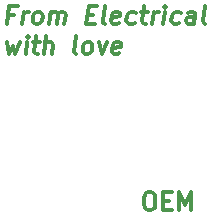
<source format=gbr>
G04 #@! TF.FileFunction,Legend,Top*
%FSLAX46Y46*%
G04 Gerber Fmt 4.6, Leading zero omitted, Abs format (unit mm)*
G04 Created by KiCad (PCBNEW 4.0.7-e2-6376~58~ubuntu16.04.1) date Thu Feb 15 21:41:34 2018*
%MOMM*%
%LPD*%
G01*
G04 APERTURE LIST*
%ADD10C,0.100000*%
%ADD11C,0.300000*%
G04 APERTURE END LIST*
D10*
D11*
X122273428Y-91126571D02*
X122559142Y-91126571D01*
X122702000Y-91198000D01*
X122844857Y-91340857D01*
X122916285Y-91626571D01*
X122916285Y-92126571D01*
X122844857Y-92412286D01*
X122702000Y-92555143D01*
X122559142Y-92626571D01*
X122273428Y-92626571D01*
X122130571Y-92555143D01*
X121987714Y-92412286D01*
X121916285Y-92126571D01*
X121916285Y-91626571D01*
X121987714Y-91340857D01*
X122130571Y-91198000D01*
X122273428Y-91126571D01*
X123559143Y-91840857D02*
X124059143Y-91840857D01*
X124273429Y-92626571D02*
X123559143Y-92626571D01*
X123559143Y-91126571D01*
X124273429Y-91126571D01*
X124916286Y-92626571D02*
X124916286Y-91126571D01*
X125416286Y-92198000D01*
X125916286Y-91126571D01*
X125916286Y-92626571D01*
X110946286Y-76087857D02*
X110446286Y-76087857D01*
X110348072Y-76873571D02*
X110535572Y-75373571D01*
X111249858Y-75373571D01*
X111633786Y-76873571D02*
X111758786Y-75873571D01*
X111723071Y-76159286D02*
X111812356Y-76016429D01*
X111892714Y-75945000D01*
X112044500Y-75873571D01*
X112187357Y-75873571D01*
X112776643Y-76873571D02*
X112642713Y-76802143D01*
X112580214Y-76730714D01*
X112526642Y-76587857D01*
X112580213Y-76159286D01*
X112669499Y-76016429D01*
X112749856Y-75945000D01*
X112901643Y-75873571D01*
X113115928Y-75873571D01*
X113249856Y-75945000D01*
X113312356Y-76016429D01*
X113365928Y-76159286D01*
X113312357Y-76587857D01*
X113223071Y-76730714D01*
X113142713Y-76802143D01*
X112990928Y-76873571D01*
X112776643Y-76873571D01*
X113919500Y-76873571D02*
X114044500Y-75873571D01*
X114026642Y-76016429D02*
X114106999Y-75945000D01*
X114258786Y-75873571D01*
X114473071Y-75873571D01*
X114606999Y-75945000D01*
X114660571Y-76087857D01*
X114562357Y-76873571D01*
X114660571Y-76087857D02*
X114749857Y-75945000D01*
X114901643Y-75873571D01*
X115115928Y-75873571D01*
X115249857Y-75945000D01*
X115303428Y-76087857D01*
X115205214Y-76873571D01*
X117160571Y-76087857D02*
X117660571Y-76087857D01*
X117776643Y-76873571D02*
X117062357Y-76873571D01*
X117249857Y-75373571D01*
X117964143Y-75373571D01*
X118633786Y-76873571D02*
X118499856Y-76802143D01*
X118446285Y-76659286D01*
X118607000Y-75373571D01*
X119785570Y-76802143D02*
X119633785Y-76873571D01*
X119348071Y-76873571D01*
X119214142Y-76802143D01*
X119160570Y-76659286D01*
X119231999Y-76087857D01*
X119321285Y-75945000D01*
X119473071Y-75873571D01*
X119758785Y-75873571D01*
X119892713Y-75945000D01*
X119946285Y-76087857D01*
X119928428Y-76230714D01*
X119196285Y-76373571D01*
X121142713Y-76802143D02*
X120990928Y-76873571D01*
X120705214Y-76873571D01*
X120571284Y-76802143D01*
X120508785Y-76730714D01*
X120455213Y-76587857D01*
X120508784Y-76159286D01*
X120598070Y-76016429D01*
X120678427Y-75945000D01*
X120830214Y-75873571D01*
X121115928Y-75873571D01*
X121249856Y-75945000D01*
X121687356Y-75873571D02*
X122258785Y-75873571D01*
X121964142Y-75373571D02*
X121803427Y-76659286D01*
X121856998Y-76802143D01*
X121990928Y-76873571D01*
X122133785Y-76873571D01*
X122633785Y-76873571D02*
X122758785Y-75873571D01*
X122723070Y-76159286D02*
X122812355Y-76016429D01*
X122892713Y-75945000D01*
X123044499Y-75873571D01*
X123187356Y-75873571D01*
X123562356Y-76873571D02*
X123687356Y-75873571D01*
X123749856Y-75373571D02*
X123669498Y-75445000D01*
X123731998Y-75516429D01*
X123812355Y-75445000D01*
X123749856Y-75373571D01*
X123731998Y-75516429D01*
X124928427Y-76802143D02*
X124776642Y-76873571D01*
X124490928Y-76873571D01*
X124356998Y-76802143D01*
X124294499Y-76730714D01*
X124240927Y-76587857D01*
X124294498Y-76159286D01*
X124383784Y-76016429D01*
X124464141Y-75945000D01*
X124615928Y-75873571D01*
X124901642Y-75873571D01*
X125035570Y-75945000D01*
X126205213Y-76873571D02*
X126303427Y-76087857D01*
X126249855Y-75945000D01*
X126115927Y-75873571D01*
X125830213Y-75873571D01*
X125678427Y-75945000D01*
X126214141Y-76802143D02*
X126062356Y-76873571D01*
X125705213Y-76873571D01*
X125571284Y-76802143D01*
X125517712Y-76659286D01*
X125535569Y-76516429D01*
X125624856Y-76373571D01*
X125776641Y-76302143D01*
X126133784Y-76302143D01*
X126285570Y-76230714D01*
X127133785Y-76873571D02*
X126999855Y-76802143D01*
X126946284Y-76659286D01*
X127106999Y-75373571D01*
X110330215Y-78423571D02*
X110490929Y-79423571D01*
X110865928Y-78709286D01*
X111062358Y-79423571D01*
X111473072Y-78423571D01*
X111919501Y-79423571D02*
X112044501Y-78423571D01*
X112107001Y-77923571D02*
X112026643Y-77995000D01*
X112089143Y-78066429D01*
X112169500Y-77995000D01*
X112107001Y-77923571D01*
X112089143Y-78066429D01*
X112544501Y-78423571D02*
X113115930Y-78423571D01*
X112821287Y-77923571D02*
X112660572Y-79209286D01*
X112714143Y-79352143D01*
X112848073Y-79423571D01*
X112990930Y-79423571D01*
X113490930Y-79423571D02*
X113678430Y-77923571D01*
X114133787Y-79423571D02*
X114232001Y-78637857D01*
X114178429Y-78495000D01*
X114044501Y-78423571D01*
X113830216Y-78423571D01*
X113678429Y-78495000D01*
X113598072Y-78566429D01*
X116205216Y-79423571D02*
X116071286Y-79352143D01*
X116017715Y-79209286D01*
X116178430Y-77923571D01*
X116990930Y-79423571D02*
X116857000Y-79352143D01*
X116794501Y-79280714D01*
X116740929Y-79137857D01*
X116794500Y-78709286D01*
X116883786Y-78566429D01*
X116964143Y-78495000D01*
X117115930Y-78423571D01*
X117330215Y-78423571D01*
X117464143Y-78495000D01*
X117526643Y-78566429D01*
X117580215Y-78709286D01*
X117526644Y-79137857D01*
X117437358Y-79280714D01*
X117357000Y-79352143D01*
X117205215Y-79423571D01*
X116990930Y-79423571D01*
X118115930Y-78423571D02*
X118348073Y-79423571D01*
X118830215Y-78423571D01*
X119857000Y-79352143D02*
X119705215Y-79423571D01*
X119419501Y-79423571D01*
X119285572Y-79352143D01*
X119232000Y-79209286D01*
X119303429Y-78637857D01*
X119392715Y-78495000D01*
X119544501Y-78423571D01*
X119830215Y-78423571D01*
X119964143Y-78495000D01*
X120017715Y-78637857D01*
X119999858Y-78780714D01*
X119267715Y-78923571D01*
M02*

</source>
